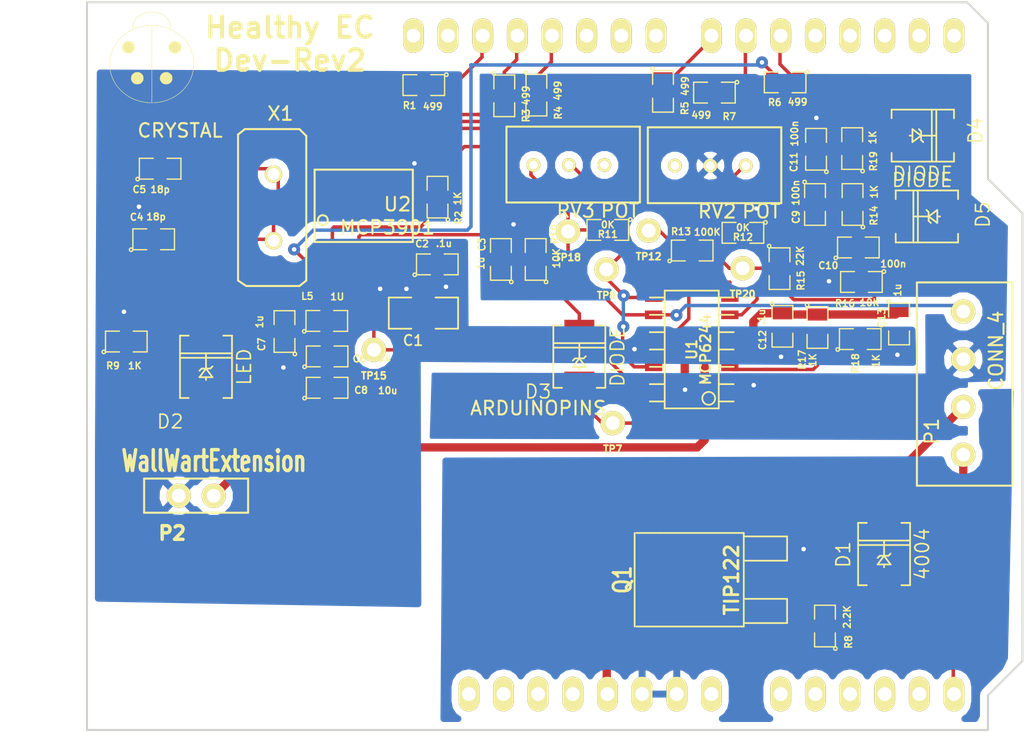
<source format=kicad_pcb>
(kicad_pcb (version 3) (host pcbnew "(2013-07-07 BZR 4022)-stable")
  (layers (15 F.Cu signal) (0 B.Cu signal) (18 B.Paste user) (19 F.Paste user) (20 B.SilkS user) (21 F.SilkS user) (22 B.Mask user) (23 F.Mask user) (28 Edge.Cuts user))
  (net 0 "")
  (net 1 /Arduino/ECPump)
  (net 2 /Arduino/MISO)
  (net 3 /Arduino/MOSI)
  (net 4 /Arduino/SCLK)
  (net 5 /Arduino/V+_ARD)
  (net 6 /Arduino/~CS)
  (net 7 /Arduino/~DR)
  (net 8 /Arduino/~RESET)
  (net 9 /DigitalAccess/DVdd)
  (net 10 /DigitalAccess/EC_Meas)
  (net 11 /DigitalAccess/MISO_ISO)
  (net 12 /DigitalAccess/MOSI_ISO)
  (net 13 /DigitalAccess/OSC1)
  (net 14 /DigitalAccess/OSC2)
  (net 15 /DigitalAccess/REFIN)
  (net 16 /DigitalAccess/SCLK_ISO)
  (net 17 /DigitalAccess/V+_WallWart)
  (net 18 /DigitalAccess/VGND)
  (net 19 /DigitalAccess/~CS_ISO)
  (net 20 /DigitalAccess/~DR)
  (net 21 /DigitalAccess/~RESET)
  (net 22 /EC/EC_Probe+)
  (net 23 /EC/G1)
  (net 24 /EC/f1)
  (net 25 /EC/f2)
  (net 26 "/EC/pin 14")
  (net 27 "/EC/pin 3")
  (net 28 "/EC/pin 6")
  (net 29 "/EC/pin 7")
  (net 30 "/Healthy pH Shield/LED")
  (net 31 /Pumps/SW_ECPump)
  (net 32 AC_Shrunk)
  (net 33 AGND)
  (net 34 EC_Signal)
  (net 35 GND)
  (net 36 N-0000039)
  (module SM1206 (layer F.Cu) (at 209.4484 122.8598)
    (fp_text reference C1 (at -0.762 2.0066) (layer F.SilkS) (effects (font (size 0.762 0.762) (thickness 0.127))))
    (fp_text value 10u hide)
    (pad 1 smd rect (at -1.651 0) (size 1.524 2.032) (layers F.Cu F.Paste F.Mask) (net 15 /DigitalAccess/REFIN))
    (pad 2 smd rect (at 1.651 0) (size 1.524 2.032) (layers F.Cu F.Paste F.Mask) (net 33 AGND))
  )
  (module SM0805 (layer F.Cu) (at 240.875 110.8 90)
    (fp_text reference R19 (at -0.92952 1.5553 90) (layer F.SilkS) (effects (font (size 0.50038 0.50038) (thickness 0.10922))))
    (fp_text value 1K (at 0.81292 1.50196 90) (layer F.SilkS) (effects (font (size 0.50038 0.50038) (thickness 0.10922))))
    (pad 1 smd rect (at -0.9525 0 90) (size 0.889 1.397) (layers F.Cu F.Paste F.Mask) (net 25 /EC/f2))
    (pad 2 smd rect (at 0.9525 0 90) (size 0.889 1.397) (layers F.Cu F.Paste F.Mask) (net 18 /DigitalAccess/VGND))
  )
  (module SM0805 (layer F.Cu) (at 202.38836 128.3335)
    (fp_text reference C8 (at 2.4892 0.1778) (layer F.SilkS) (effects (font (size 0.50038 0.50038) (thickness 0.10922))))
    (fp_text value 10u (at 4.445 0.2032) (layer F.SilkS) (effects (font (size 0.50038 0.50038) (thickness 0.10922))))
    (pad 1 smd rect (at -0.9525 0) (size 0.889 1.397) (layers F.Cu F.Paste F.Mask) (net 33 AGND))
    (pad 2 smd rect (at 0.9525 0) (size 0.889 1.397) (layers F.Cu F.Paste F.Mask) (net 17 /DigitalAccess/V+_WallWart))
  )
  (module SM0805 (layer F.Cu) (at 199.26336 124.2085 90)
    (fp_text reference C7 (at -0.9398 -1.6764 90) (layer F.SilkS) (effects (font (size 0.50038 0.50038) (thickness 0.10922))))
    (fp_text value 1u (at 0.7112 -1.8288 90) (layer F.SilkS) (effects (font (size 0.50038 0.50038) (thickness 0.10922))))
    (pad 1 smd rect (at -0.9525 0 90) (size 0.889 1.397) (layers F.Cu F.Paste F.Mask) (net 33 AGND))
    (pad 2 smd rect (at 0.9525 0 90) (size 0.889 1.397) (layers F.Cu F.Paste F.Mask) (net 9 /DigitalAccess/DVdd))
  )
  (module SM0805 (layer F.Cu) (at 202.36336 123.4335)
    (fp_text reference L5 (at -1.4265 -1.81322) (layer F.SilkS) (effects (font (size 0.50038 0.50038) (thickness 0.10922))))
    (fp_text value 1U (at 0.76552 -1.77258) (layer F.SilkS) (effects (font (size 0.50038 0.50038) (thickness 0.10922))))
    (pad 1 smd rect (at -0.9525 0) (size 0.889 1.397) (layers F.Cu F.Paste F.Mask) (net 9 /DigitalAccess/DVdd))
    (pad 2 smd rect (at 0.9525 0) (size 0.889 1.397) (layers F.Cu F.Paste F.Mask) (net 17 /DigitalAccess/V+_WallWart))
  )
  (module SM0805 (layer F.Cu) (at 190.15 112.275)
    (fp_text reference C5 (at -1.524 1.524) (layer F.SilkS) (effects (font (size 0.50038 0.50038) (thickness 0.10922))))
    (fp_text value 18p (at 0 1.524) (layer F.SilkS) (effects (font (size 0.50038 0.50038) (thickness 0.10922))))
    (pad 1 smd rect (at -0.9525 0) (size 0.889 1.397) (layers F.Cu F.Paste F.Mask) (net 33 AGND))
    (pad 2 smd rect (at 0.9525 0) (size 0.889 1.397) (layers F.Cu F.Paste F.Mask) (net 14 /DigitalAccess/OSC2))
  )
  (module SM0805 (layer F.Cu) (at 189.675 117.45)
    (fp_text reference C4 (at -1.2446 -1.6256) (layer F.SilkS) (effects (font (size 0.50038 0.50038) (thickness 0.10922))))
    (fp_text value 18p (at 0.1778 -1.651) (layer F.SilkS) (effects (font (size 0.50038 0.50038) (thickness 0.10922))))
    (pad 1 smd rect (at -0.9525 0) (size 0.889 1.397) (layers F.Cu F.Paste F.Mask) (net 33 AGND))
    (pad 2 smd rect (at 0.9525 0) (size 0.889 1.397) (layers F.Cu F.Paste F.Mask) (net 13 /DigitalAccess/OSC1))
  )
  (module SM0805 (layer F.Cu) (at 202.38836 126.0335)
    (fp_text reference C6 (at 2.3622 0.1778) (layer F.SilkS) (effects (font (size 0.50038 0.50038) (thickness 0.10922))))
    (fp_text value .1u (at 4.1148 0.0762) (layer F.SilkS) (effects (font (size 0.50038 0.50038) (thickness 0.10922))))
    (pad 1 smd rect (at -0.9525 0) (size 0.889 1.397) (layers F.Cu F.Paste F.Mask) (net 33 AGND))
    (pad 2 smd rect (at 0.9525 0) (size 0.889 1.397) (layers F.Cu F.Paste F.Mask) (net 17 /DigitalAccess/V+_WallWart))
  )
  (module SM0805 (layer F.Cu) (at 210.47964 114.36096 90)
    (fp_text reference R2 (at -1.4986 1.5494 90) (layer F.SilkS) (effects (font (size 0.50038 0.50038) (thickness 0.10922))))
    (fp_text value 1K (at -0.1016 1.4732 90) (layer F.SilkS) (effects (font (size 0.50038 0.50038) (thickness 0.10922))))
    (pad 1 smd rect (at -0.9525 0 90) (size 0.889 1.397) (layers F.Cu F.Paste F.Mask) (net 9 /DigitalAccess/DVdd))
    (pad 2 smd rect (at 0.9525 0 90) (size 0.889 1.397) (layers F.Cu F.Paste F.Mask) (net 20 /DigitalAccess/~DR))
  )
  (module SM0805 (layer F.Cu) (at 210.4644 119.28856)
    (fp_text reference C2 (at -1.1176 -1.50876) (layer F.SilkS) (effects (font (size 0.50038 0.50038) (thickness 0.10922))))
    (fp_text value .1u (at 0.4826 -1.53416) (layer F.SilkS) (effects (font (size 0.50038 0.50038) (thickness 0.10922))))
    (pad 1 smd rect (at -0.9525 0) (size 0.889 1.397) (layers F.Cu F.Paste F.Mask) (net 15 /DigitalAccess/REFIN))
    (pad 2 smd rect (at 0.9525 0) (size 0.889 1.397) (layers F.Cu F.Paste F.Mask) (net 33 AGND))
  )
  (module SM0805 (layer F.Cu) (at 238.3282 123.9139 270)
    (fp_text reference R17 (at 2.35966 1.12522 270) (layer F.SilkS) (effects (font (size 0.50038 0.50038) (thickness 0.10922))))
    (fp_text value 1K (at 2.44856 -4.29768 270) (layer F.SilkS) (effects (font (size 0.50038 0.50038) (thickness 0.10922))))
    (pad 1 smd rect (at -0.9525 0 270) (size 0.889 1.397) (layers F.Cu F.Paste F.Mask) (net 17 /DigitalAccess/V+_WallWart))
    (pad 2 smd rect (at 0.9525 0 270) (size 0.889 1.397) (layers F.Cu F.Paste F.Mask) (net 27 "/EC/pin 3"))
  )
  (module SM0805 (layer F.Cu) (at 241.4651 124.7648)
    (fp_text reference R18 (at -0.35052 1.77546 90) (layer F.SilkS) (effects (font (size 0.50038 0.50038) (thickness 0.10922))))
    (fp_text value 1K (at -3.4798 1.54432 90) (layer F.SilkS) (effects (font (size 0.50038 0.50038) (thickness 0.10922))))
    (pad 1 smd rect (at -0.9525 0) (size 0.889 1.397) (layers F.Cu F.Paste F.Mask) (net 27 "/EC/pin 3"))
    (pad 2 smd rect (at 0.9525 0) (size 0.889 1.397) (layers F.Cu F.Paste F.Mask) (net 33 AGND))
  )
  (module SM0805 (layer F.Cu) (at 215.125 118.925 90)
    (fp_text reference C3 (at 1.0922 -1.397 90) (layer F.SilkS) (effects (font (size 0.50038 0.50038) (thickness 0.10922))))
    (fp_text value 1u (at -0.2794 -1.4732 90) (layer F.SilkS) (effects (font (size 0.50038 0.50038) (thickness 0.10922))))
    (pad 1 smd rect (at -0.9525 0 90) (size 0.889 1.397) (layers F.Cu F.Paste F.Mask) (net 10 /DigitalAccess/EC_Meas))
    (pad 2 smd rect (at 0.9525 0 90) (size 0.889 1.397) (layers F.Cu F.Paste F.Mask) (net 18 /DigitalAccess/VGND))
  )
  (module SM0805 (layer F.Cu) (at 241.55 120.575 180)
    (fp_text reference R16 (at 1.19996 -1.5736 180) (layer F.SilkS) (effects (font (size 0.50038 0.50038) (thickness 0.10922))))
    (fp_text value 10K (at -0.59582 -1.52026 180) (layer F.SilkS) (effects (font (size 0.50038 0.50038) (thickness 0.10922))))
    (pad 1 smd rect (at -0.9525 0 180) (size 0.889 1.397) (layers F.Cu F.Paste F.Mask) (net 28 "/EC/pin 6"))
    (pad 2 smd rect (at 0.9525 0 180) (size 0.889 1.397) (layers F.Cu F.Paste F.Mask) (net 18 /DigitalAccess/VGND))
  )
  (module SM0805 (layer F.Cu) (at 238.225 110.85 90)
    (fp_text reference C11 (at -0.9398 -1.6256 90) (layer F.SilkS) (effects (font (size 0.50038 0.50038) (thickness 0.10922))))
    (fp_text value 100n (at 1.1474 -1.5732 90) (layer F.SilkS) (effects (font (size 0.50038 0.50038) (thickness 0.10922))))
    (pad 1 smd rect (at -0.9525 0 90) (size 0.889 1.397) (layers F.Cu F.Paste F.Mask) (net 25 /EC/f2))
    (pad 2 smd rect (at 0.9525 0 90) (size 0.889 1.397) (layers F.Cu F.Paste F.Mask) (net 18 /DigitalAccess/VGND))
  )
  (module SM0805 (layer F.Cu) (at 241.325 118.05)
    (fp_text reference C10 (at -2.20178 1.32492) (layer F.SilkS) (effects (font (size 0.50038 0.50038) (thickness 0.10922))))
    (fp_text value 100n (at 2.56326 1.20046) (layer F.SilkS) (effects (font (size 0.50038 0.50038) (thickness 0.10922))))
    (pad 1 smd rect (at -0.9525 0) (size 0.889 1.397) (layers F.Cu F.Paste F.Mask) (net 29 "/EC/pin 7"))
    (pad 2 smd rect (at 0.9525 0) (size 0.889 1.397) (layers F.Cu F.Paste F.Mask) (net 23 /EC/G1))
  )
  (module SM0805 (layer F.Cu) (at 235.55 119.6 270)
    (fp_text reference R15 (at 0.87728 -1.56408 270) (layer F.SilkS) (effects (font (size 0.50038 0.50038) (thickness 0.10922))))
    (fp_text value 22K (at -0.93628 -1.51074 270) (layer F.SilkS) (effects (font (size 0.50038 0.50038) (thickness 0.10922))))
    (pad 1 smd rect (at -0.9525 0 270) (size 0.889 1.397) (layers F.Cu F.Paste F.Mask) (net 29 "/EC/pin 7"))
    (pad 2 smd rect (at 0.9525 0 270) (size 0.889 1.397) (layers F.Cu F.Paste F.Mask) (net 28 "/EC/pin 6"))
  )
  (module SM0805 (layer F.Cu) (at 238.15 114.9 270)
    (fp_text reference C9 (at 0.91892 1.39152 270) (layer F.SilkS) (effects (font (size 0.50038 0.50038) (thickness 0.10922))))
    (fp_text value 100n (at -0.85908 1.4093 270) (layer F.SilkS) (effects (font (size 0.50038 0.50038) (thickness 0.10922))))
    (pad 1 smd rect (at -0.9525 0 270) (size 0.889 1.397) (layers F.Cu F.Paste F.Mask) (net 29 "/EC/pin 7"))
    (pad 2 smd rect (at 0.9525 0 270) (size 0.889 1.397) (layers F.Cu F.Paste F.Mask) (net 24 /EC/f1))
  )
  (module SM0805 (layer F.Cu) (at 240.9 114.9 90)
    (fp_text reference R14 (at -0.81224 1.56586 90) (layer F.SilkS) (effects (font (size 0.50038 0.50038) (thickness 0.10922))))
    (fp_text value 1K (at 0.9302 1.58364 90) (layer F.SilkS) (effects (font (size 0.50038 0.50038) (thickness 0.10922))))
    (pad 1 smd rect (at -0.9525 0 90) (size 0.889 1.397) (layers F.Cu F.Paste F.Mask) (net 24 /EC/f1))
    (pad 2 smd rect (at 0.9525 0 90) (size 0.889 1.397) (layers F.Cu F.Paste F.Mask) (net 25 /EC/f2))
  )
  (module SM0805 (layer F.Cu) (at 229.14864 118.27256)
    (fp_text reference R13 (at -0.81788 -1.38684) (layer F.SilkS) (effects (font (size 0.50038 0.50038) (thickness 0.10922))))
    (fp_text value 100K (at 1.10236 -1.35128) (layer F.SilkS) (effects (font (size 0.50038 0.50038) (thickness 0.10922))))
    (pad 1 smd rect (at -0.9525 0) (size 0.889 1.397) (layers F.Cu F.Paste F.Mask) (net 32 AC_Shrunk))
    (pad 2 smd rect (at 0.9525 0) (size 0.889 1.397) (layers F.Cu F.Paste F.Mask) (net 29 "/EC/pin 7"))
  )
  (module SM0805 (layer F.Cu) (at 217.675 118.925 90)
    (fp_text reference R10 (at 1.8542 1.397 90) (layer F.SilkS) (effects (font (size 0.50038 0.50038) (thickness 0.10922))))
    (fp_text value 10K (at 0.0762 1.524 90) (layer F.SilkS) (effects (font (size 0.50038 0.50038) (thickness 0.10922))))
    (pad 1 smd rect (at -0.9525 0 90) (size 0.889 1.397) (layers F.Cu F.Paste F.Mask) (net 10 /DigitalAccess/EC_Meas))
    (pad 2 smd rect (at 0.9525 0 90) (size 0.889 1.397) (layers F.Cu F.Paste F.Mask) (net 18 /DigitalAccess/VGND))
  )
  (module SM0805 (layer F.Cu) (at 209.4738 106.1466 180)
    (fp_text reference R1 (at 1.0414 -1.4986 180) (layer F.SilkS) (effects (font (size 0.50038 0.50038) (thickness 0.10922))))
    (fp_text value 499 (at -0.6604 -1.5748 180) (layer F.SilkS) (effects (font (size 0.50038 0.50038) (thickness 0.10922))))
    (pad 1 smd rect (at -0.9525 0 180) (size 0.889 1.397) (layers F.Cu F.Paste F.Mask) (net 4 /Arduino/SCLK))
    (pad 2 smd rect (at 0.9525 0 180) (size 0.889 1.397) (layers F.Cu F.Paste F.Mask) (net 16 /DigitalAccess/SCLK_ISO))
  )
  (module SM0805 (layer F.Cu) (at 187.6679 124.9426)
    (fp_text reference R9 (at -0.9779 1.778) (layer F.SilkS) (effects (font (size 0.50038 0.50038) (thickness 0.10922))))
    (fp_text value 1K (at 0.6223 1.778) (layer F.SilkS) (effects (font (size 0.50038 0.50038) (thickness 0.10922))))
    (pad 1 smd rect (at -0.9525 0) (size 0.889 1.397) (layers F.Cu F.Paste F.Mask) (net 33 AGND))
    (pad 2 smd rect (at 0.9525 0) (size 0.889 1.397) (layers F.Cu F.Paste F.Mask) (net 30 "/Healthy pH Shield/LED"))
  )
  (module SM0805 (layer F.Cu) (at 215.37422 106.934 270)
    (fp_text reference R3 (at 1.4478 -1.6002 270) (layer F.SilkS) (effects (font (size 0.50038 0.50038) (thickness 0.10922))))
    (fp_text value 499 (at -0.0254 -1.6002 270) (layer F.SilkS) (effects (font (size 0.50038 0.50038) (thickness 0.10922))))
    (pad 1 smd rect (at -0.9525 0 270) (size 0.889 1.397) (layers F.Cu F.Paste F.Mask) (net 2 /Arduino/MISO))
    (pad 2 smd rect (at 0.9525 0 270) (size 0.889 1.397) (layers F.Cu F.Paste F.Mask) (net 11 /DigitalAccess/MISO_ISO))
  )
  (module SM0805 (layer F.Cu) (at 217.7288 106.8832 270)
    (fp_text reference R4 (at 1.2954 -1.6002 270) (layer F.SilkS) (effects (font (size 0.50038 0.50038) (thickness 0.10922))))
    (fp_text value 499 (at -0.3302 -1.5748 270) (layer F.SilkS) (effects (font (size 0.50038 0.50038) (thickness 0.10922))))
    (pad 1 smd rect (at -0.9525 0 270) (size 0.889 1.397) (layers F.Cu F.Paste F.Mask) (net 3 /Arduino/MOSI))
    (pad 2 smd rect (at 0.9525 0 270) (size 0.889 1.397) (layers F.Cu F.Paste F.Mask) (net 12 /DigitalAccess/MOSI_ISO))
  )
  (module SM0805 (layer F.Cu) (at 227.00742 106.6038 270)
    (fp_text reference R5 (at 1.2446 -1.6002 270) (layer F.SilkS) (effects (font (size 0.50038 0.50038) (thickness 0.10922))))
    (fp_text value 499 (at -0.381 -1.6256 270) (layer F.SilkS) (effects (font (size 0.50038 0.50038) (thickness 0.10922))))
    (pad 1 smd rect (at -0.9525 0 270) (size 0.889 1.397) (layers F.Cu F.Paste F.Mask) (net 6 /Arduino/~CS))
    (pad 2 smd rect (at 0.9525 0 270) (size 0.889 1.397) (layers F.Cu F.Paste F.Mask) (net 19 /DigitalAccess/~CS_ISO))
  )
  (module SM0805 (layer F.Cu) (at 238.87938 145.796 90)
    (fp_text reference R8 (at -1.1684 1.7272 90) (layer F.SilkS) (effects (font (size 0.50038 0.50038) (thickness 0.10922))))
    (fp_text value 2.2K (at 0.6604 1.6256 90) (layer F.SilkS) (effects (font (size 0.50038 0.50038) (thickness 0.10922))))
    (pad 1 smd rect (at -0.9525 0 90) (size 0.889 1.397) (layers F.Cu F.Paste F.Mask) (net 1 /Arduino/ECPump))
    (pad 2 smd rect (at 0.9525 0 90) (size 0.889 1.397) (layers F.Cu F.Paste F.Mask) (net 36 N-0000039))
  )
  (module SM0805 (layer F.Cu) (at 230.77678 106.69778 180)
    (fp_text reference R7 (at -1.0922 -1.7526 180) (layer F.SilkS) (effects (font (size 0.50038 0.50038) (thickness 0.10922))))
    (fp_text value 499 (at 0.9652 -1.651 180) (layer F.SilkS) (effects (font (size 0.50038 0.50038) (thickness 0.10922))))
    (pad 1 smd rect (at -0.9525 0 180) (size 0.889 1.397) (layers F.Cu F.Paste F.Mask) (net 7 /Arduino/~DR))
    (pad 2 smd rect (at 0.9525 0 180) (size 0.889 1.397) (layers F.Cu F.Paste F.Mask) (net 20 /DigitalAccess/~DR))
  )
  (module SM0805 (layer F.Cu) (at 235.95838 105.9434 180)
    (fp_text reference R6 (at 0.762 -1.4732 180) (layer F.SilkS) (effects (font (size 0.50038 0.50038) (thickness 0.10922))))
    (fp_text value 499 (at -0.9144 -1.4478 180) (layer F.SilkS) (effects (font (size 0.50038 0.50038) (thickness 0.10922))))
    (pad 1 smd rect (at -0.9525 0 180) (size 0.889 1.397) (layers F.Cu F.Paste F.Mask) (net 8 /Arduino/~RESET))
    (pad 2 smd rect (at 0.9525 0 180) (size 0.889 1.397) (layers F.Cu F.Paste F.Mask) (net 21 /DigitalAccess/~RESET))
  )
  (module LB_TestPoint (layer F.Cu) (at 205.8162 125.5522)
    (fp_text reference TP15 (at 0 1.9) (layer F.SilkS) (effects (font (size 0.508 0.508) (thickness 0.127))))
    (fp_text value CONN_1 (at 0 -0.1) (layer F.SilkS) (effects (font (size 0.254 0.254) (thickness 0.0635))))
    (pad 1 thru_hole circle (at 0 0) (size 1.778 1.778) (drill 1.016) (layers *.Cu *.Mask F.SilkS) (net 10 /DigitalAccess/EC_Meas))
  )
  (module LB_MCP3901 (layer F.Cu) (at 201.422 112.395)
    (fp_text reference U2 (at 6.1214 2.4892) (layer F.SilkS))
    (fp_text value MCP3901 (at 5.3848 4.191) (layer F.SilkS))
    (pad 1 smd rect (at 0.7 6.5) (size 0.3 2.5) (layers F.Cu F.Paste F.Mask) (net 21 /DigitalAccess/~RESET))
    (pad 2 smd rect (at 1.35 6.5) (size 0.3 2.5) (layers F.Cu F.Paste F.Mask) (net 9 /DigitalAccess/DVdd))
    (pad 3 smd rect (at 2 6.5) (size 0.3 2.5) (layers F.Cu F.Paste F.Mask) (net 17 /DigitalAccess/V+_WallWart))
    (pad 4 smd rect (at 2.65 6.5) (size 0.3 2.5) (layers F.Cu F.Paste F.Mask) (net 10 /DigitalAccess/EC_Meas))
    (pad 5 smd rect (at 3.3 6.5) (size 0.3 2.5) (layers F.Cu F.Paste F.Mask) (net 18 /DigitalAccess/VGND))
    (pad 6 smd rect (at 3.95 6.5) (size 0.3 2.5) (layers F.Cu F.Paste F.Mask))
    (pad 7 smd rect (at 4.6 6.5) (size 0.3 2.5) (layers F.Cu F.Paste F.Mask))
    (pad 8 smd rect (at 5.25 6.5) (size 0.3 2.5) (layers F.Cu F.Paste F.Mask) (net 33 AGND))
    (pad 9 smd rect (at 5.9 6.5) (size 0.3 2.5) (layers F.Cu F.Paste F.Mask) (net 15 /DigitalAccess/REFIN))
    (pad 10 smd rect (at 6.55 6.5) (size 0.3 2.5) (layers F.Cu F.Paste F.Mask) (net 33 AGND))
    (pad 11 smd rect (at 6.5 -1.25) (size 0.3 2.5) (layers F.Cu F.Paste F.Mask) (net 33 AGND))
    (pad 12 smd rect (at 5.85 -1.25) (size 0.3 2.5) (layers F.Cu F.Paste F.Mask))
    (pad 13 smd rect (at 5.2 -1.25) (size 0.3 2.5) (layers F.Cu F.Paste F.Mask))
    (pad 14 smd rect (at 4.55 -1.25) (size 0.3 2.5) (layers F.Cu F.Paste F.Mask) (net 20 /DigitalAccess/~DR))
    (pad 15 smd rect (at 3.9 -1.25) (size 0.3 2.5) (layers F.Cu F.Paste F.Mask) (net 13 /DigitalAccess/OSC1))
    (pad 16 smd rect (at 3.25 -1.25) (size 0.3 2.5) (layers F.Cu F.Paste F.Mask) (net 14 /DigitalAccess/OSC2))
    (pad 17 smd rect (at 2.6 -1.25) (size 0.3 2.5) (layers F.Cu F.Paste F.Mask) (net 19 /DigitalAccess/~CS_ISO))
    (pad 18 smd rect (at 1.95 -1.25) (size 0.3 2.5) (layers F.Cu F.Paste F.Mask) (net 16 /DigitalAccess/SCLK_ISO))
    (pad 19 smd rect (at 1.3 -1.25) (size 0.3 2.5) (layers F.Cu F.Paste F.Mask) (net 11 /DigitalAccess/MISO_ISO))
    (pad 20 smd rect (at 0.65 -1.25) (size 0.3 2.5) (layers F.Cu F.Paste F.Mask) (net 12 /DigitalAccess/MOSI_ISO))
  )
  (module LB_Crystal (layer F.Cu) (at 195.8594 109.3724 270)
    (fp_text reference X1 (at -1.13396 -3.1086 360) (layer F.SilkS))
    (fp_text value CRYSTAL (at 0.10556 4.25232 360) (layer F.SilkS))
    (pad 1 thru_hole circle (at 3.3 -2.6 270) (size 1.27 1.27) (drill 0.9) (layers *.Cu *.Mask F.SilkS) (net 14 /DigitalAccess/OSC2))
    (pad 2 thru_hole circle (at 8.18 -2.6 270) (size 1.27 1.27) (drill 0.9) (layers *.Cu *.Mask F.SilkS) (net 13 /DigitalAccess/OSC1))
  )
  (module LB_4PosTB (layer F.Cu) (at 245.618 135.509 90)
    (fp_text reference P1 (at 3.9878 1.0922 90) (layer F.SilkS))
    (fp_text value CONN_4 (at 9.9 5.8 90) (layer F.SilkS))
    (pad 1 thru_hole circle (at 2.27 3.4 90) (size 1.778 1.778) (drill 1) (layers *.Cu *.Mask F.SilkS) (net 31 /Pumps/SW_ECPump))
    (pad 2 thru_hole circle (at 5.77 3.4 90) (size 1.778 1.778) (drill 1) (layers *.Cu *.Mask F.SilkS) (net 5 /Arduino/V+_ARD))
    (pad 3 thru_hole circle (at 9.27 3.4 90) (size 1.778 1.778) (drill 1) (layers *.Cu *.Mask F.SilkS) (net 18 /DigitalAccess/VGND))
    (pad 4 thru_hole circle (at 12.77 3.4 90) (size 1.778 1.778) (drill 0.9906) (layers *.Cu *.Mask F.SilkS) (net 22 /EC/EC_Probe+))
  )
  (module LB_2TB (layer F.Cu) (at 188.976 137.4902)
    (fp_text reference P2 (at 2.06 1.5) (layer F.SilkS) (effects (font (thickness 0.25))))
    (fp_text value WallWartExtension (at 5.12 -3.79) (layer F.SilkS) (effects (font (size 1.524 1) (thickness 0.25))))
    (pad 1 thru_hole circle (at 2.54 -1.25) (size 1.778 1.778) (drill 1.016) (layers *.Cu *.Mask F.SilkS) (net 33 AGND))
    (pad 2 thru_hole circle (at 5.1 -1.24) (size 1.778 1.778) (drill 1.016) (layers *.Cu *.Mask F.SilkS) (net 17 /DigitalAccess/V+_WallWart))
  )
  (module "DO-214AC(SMA)" (layer F.Cu) (at 220.875 126.05 90)
    (fp_text reference D3 (at -2.5654 -3.0226 180) (layer F.SilkS) (effects (font (size 1.00076 1.00076) (thickness 0.11938))))
    (fp_text value DIODE (at 0 2.79908 90) (layer F.SilkS) (effects (font (size 1.00076 1.00076) (thickness 0.11938))))
    (pad 1 smd rect (at -1.89992 0 90) (size 1.6002 2.19964) (layers F.Cu F.Paste F.Mask) (net 26 "/EC/pin 14"))
    (pad 2 smd rect (at 1.89992 0 90) (size 1.6002 2.19964) (layers F.Cu F.Paste F.Mask) (net 10 /DigitalAccess/EC_Meas))
  )
  (module "DO-214AC(SMA)" (layer F.Cu) (at 246.35 115.775 180)
    (fp_text reference D5 (at -4.10034 0.1369 270) (layer F.SilkS) (effects (font (size 1.00076 1.00076) (thickness 0.11938))))
    (fp_text value DIODE (at 0.3556 2.667 180) (layer F.SilkS) (effects (font (size 1.00076 1.00076) (thickness 0.11938))))
    (pad 1 smd rect (at -1.89992 0 180) (size 1.6002 2.19964) (layers F.Cu F.Paste F.Mask) (net 28 "/EC/pin 6"))
    (pad 2 smd rect (at 1.89992 0 180) (size 1.6002 2.19964) (layers F.Cu F.Paste F.Mask) (net 23 /EC/G1))
  )
  (module "DO-214AC(SMA)" (layer F.Cu) (at 246.05 109.85)
    (fp_text reference D4 (at 3.85648 -0.36066 90) (layer F.SilkS) (effects (font (size 1.00076 1.00076) (thickness 0.11938))))
    (fp_text value DIODE (at 0 2.79908) (layer F.SilkS) (effects (font (size 1.00076 1.00076) (thickness 0.11938))))
    (pad 1 smd rect (at -1.89992 0) (size 1.6002 2.19964) (layers F.Cu F.Paste F.Mask) (net 23 /EC/G1))
    (pad 2 smd rect (at 1.89992 0) (size 1.6002 2.19964) (layers F.Cu F.Paste F.Mask) (net 28 "/EC/pin 6"))
  )
  (module "DO-214AC(SMA)" (layer F.Cu) (at 193.5099 126.7968 90)
    (fp_text reference D2 (at -4.0132 -2.6289 180) (layer F.SilkS) (effects (font (size 1.00076 1.00076) (thickness 0.11938))))
    (fp_text value LED (at 0 2.79908 90) (layer F.SilkS) (effects (font (size 1.00076 1.00076) (thickness 0.11938))))
    (pad 1 smd rect (at -1.89992 0 90) (size 1.6002 2.19964) (layers F.Cu F.Paste F.Mask) (net 17 /DigitalAccess/V+_WallWart))
    (pad 2 smd rect (at 1.89992 0 90) (size 1.6002 2.19964) (layers F.Cu F.Paste F.Mask) (net 30 "/Healthy pH Shield/LED"))
  )
  (module "DO-214AC(SMA)" (layer F.Cu) (at 243.21262 140.52042 90)
    (fp_text reference D1 (at -0.04064 -2.98958 90) (layer F.SilkS) (effects (font (size 1.00076 1.00076) (thickness 0.11938))))
    (fp_text value 4004 (at 0 2.79908 90) (layer F.SilkS) (effects (font (size 1.00076 1.00076) (thickness 0.11938))))
    (pad 1 smd rect (at -1.89992 0 90) (size 1.6002 2.19964) (layers F.Cu F.Paste F.Mask) (net 31 /Pumps/SW_ECPump))
    (pad 2 smd rect (at 1.89992 0 90) (size 1.6002 2.19964) (layers F.Cu F.Paste F.Mask) (net 5 /Arduino/V+_ARD))
  )
  (module so-14 (layer F.Cu) (at 229.11308 125.5268 90)
    (fp_text reference U1 (at 0 0 90) (layer F.SilkS) (effects (font (size 0.7493 0.7493) (thickness 0.14986))))
    (fp_text value MCP6244 (at 0 1.016 90) (layer F.SilkS) (effects (font (size 0.7493 0.7493) (thickness 0.14986))))
    (pad 1 smd rect (at -3.81 2.794 90) (size 0.635 1.27) (layers F.Cu F.Paste F.Mask) (net 18 /DigitalAccess/VGND))
    (pad 2 smd rect (at -2.54 2.794 90) (size 0.635 1.27) (layers F.Cu F.Paste F.Mask) (net 18 /DigitalAccess/VGND))
    (pad 3 smd rect (at -1.27 2.794 90) (size 0.635 1.27) (layers F.Cu F.Paste F.Mask) (net 27 "/EC/pin 3"))
    (pad 4 smd rect (at 0 2.794 90) (size 0.635 1.27) (layers F.Cu F.Paste F.Mask) (net 17 /DigitalAccess/V+_WallWart))
    (pad 5 smd rect (at 1.27 2.794 90) (size 0.635 1.27) (layers F.Cu F.Paste F.Mask) (net 18 /DigitalAccess/VGND))
    (pad 6 smd rect (at 2.54 2.794 90) (size 0.635 1.27) (layers F.Cu F.Paste F.Mask) (net 28 "/EC/pin 6"))
    (pad 7 smd rect (at 3.81 2.794 90) (size 0.635 1.27) (layers F.Cu F.Paste F.Mask) (net 29 "/EC/pin 7"))
    (pad 8 smd rect (at 3.81 -2.794 90) (size 0.635 1.27) (layers F.Cu F.Paste F.Mask) (net 34 EC_Signal))
    (pad 9 smd rect (at 2.54 -2.794 90) (size 0.635 1.27) (layers F.Cu F.Paste F.Mask) (net 22 /EC/EC_Probe+))
    (pad 10 smd rect (at 1.27 -2.794 90) (size 0.635 1.27) (layers F.Cu F.Paste F.Mask) (net 32 AC_Shrunk))
    (pad 11 smd rect (at 0 -2.794 90) (size 0.635 1.27) (layers F.Cu F.Paste F.Mask) (net 33 AGND))
    (pad 12 smd rect (at -1.27 -2.794 90) (size 0.635 1.27) (layers F.Cu F.Paste F.Mask) (net 34 EC_Signal))
    (pad 13 smd rect (at -2.54 -2.794 90) (size 0.635 1.27) (layers F.Cu F.Paste F.Mask) (net 10 /DigitalAccess/EC_Meas))
    (pad 14 smd rect (at -3.81 -2.794 90) (size 0.635 1.27) (layers F.Cu F.Paste F.Mask) (net 26 "/EC/pin 14"))
  )
  (module DPAK2 (layer F.Cu) (at 234.45216 142.4051 90)
    (fp_text reference Q1 (at 0 -10.414 90) (layer F.SilkS) (effects (font (size 1.27 1.016) (thickness 0.2032))))
    (fp_text value TIP122 (at 0 -2.413 90) (layer F.SilkS) (effects (font (size 1.016 1.016) (thickness 0.2032))))
    (pad 1 smd rect (at -2.286 0 90) (size 1.651 3.048) (layers F.Cu F.Paste F.Mask) (net 36 N-0000039))
    (pad 2 smd rect (at 0 -6.35 90) (size 6.096 6.096) (layers F.Cu F.Paste F.Mask) (net 31 /Pumps/SW_ECPump))
    (pad 3 smd rect (at 2.286 0 90) (size 1.651 3.048) (layers F.Cu F.Paste F.Mask) (net 35 GND))
  )
  (module SM0805 (layer F.Cu) (at 235.7628 123.825 270)
    (fp_text reference C12 (at 1.00838 1.45796 270) (layer F.SilkS) (effects (font (size 0.50038 0.50038) (thickness 0.10922))))
    (fp_text value .1u (at -0.68072 1.52908 270) (layer F.SilkS) (effects (font (size 0.50038 0.50038) (thickness 0.10922))))
    (pad 1 smd rect (at -0.9525 0 270) (size 0.889 1.397) (layers F.Cu F.Paste F.Mask) (net 17 /DigitalAccess/V+_WallWart))
    (pad 2 smd rect (at 0.9525 0 270) (size 0.889 1.397) (layers F.Cu F.Paste F.Mask) (net 33 AGND))
  )
  (module SM0805 (layer F.Cu) (at 244.3099 123.6599 270)
    (fp_text reference C13 (at -0.4445 1.27508 270) (layer F.SilkS) (effects (font (size 0.50038 0.50038) (thickness 0.10922))))
    (fp_text value .1u (at -2.36474 0.1016 270) (layer F.SilkS) (effects (font (size 0.50038 0.50038) (thickness 0.10922))))
    (pad 1 smd rect (at -0.9525 0 270) (size 0.889 1.397) (layers F.Cu F.Paste F.Mask) (net 17 /DigitalAccess/V+_WallWart))
    (pad 2 smd rect (at 0.9525 0 270) (size 0.889 1.397) (layers F.Cu F.Paste F.Mask) (net 33 AGND))
  )
  (module LB_TestPoint (layer F.Cu) (at 232.8418 119.5705)
    (fp_text reference TP20 (at 0 1.9) (layer F.SilkS) (effects (font (size 0.508 0.508) (thickness 0.127))))
    (fp_text value CONN_1 (at 0 -0.1) (layer F.SilkS) (effects (font (size 0.254 0.254) (thickness 0.0635))))
    (pad 1 thru_hole circle (at 0 0) (size 1.778 1.778) (drill 1.016) (layers *.Cu *.Mask F.SilkS) (net 29 "/EC/pin 7"))
  )
  (module LB_TestPoint (layer F.Cu) (at 225.9584 116.8146)
    (fp_text reference TP12 (at 0 1.9) (layer F.SilkS) (effects (font (size 0.508 0.508) (thickness 0.127))))
    (fp_text value CONN_1 (at 0 -0.1) (layer F.SilkS) (effects (font (size 0.254 0.254) (thickness 0.0635))))
    (pad 1 thru_hole circle (at 0 0) (size 1.778 1.778) (drill 1.016) (layers *.Cu *.Mask F.SilkS) (net 32 AC_Shrunk))
  )
  (module LB_TestPoint (layer F.Cu) (at 222.86214 119.66194)
    (fp_text reference TP8 (at 0 1.9) (layer F.SilkS) (effects (font (size 0.508 0.508) (thickness 0.127))))
    (fp_text value CONN_1 (at 0 -0.1) (layer F.SilkS) (effects (font (size 0.254 0.254) (thickness 0.0635))))
    (pad 1 thru_hole circle (at 0 0) (size 1.778 1.778) (drill 1.016) (layers *.Cu *.Mask F.SilkS) (net 34 EC_Signal))
  )
  (module LB_TestPoint (layer F.Cu) (at 223.325 130.925)
    (fp_text reference TP7 (at 0 1.9) (layer F.SilkS) (effects (font (size 0.508 0.508) (thickness 0.127))))
    (fp_text value CONN_1 (at 0 -0.1) (layer F.SilkS) (effects (font (size 0.254 0.254) (thickness 0.0635))))
    (pad 1 thru_hole circle (at 0 0) (size 1.778 1.778) (drill 1.016) (layers *.Cu *.Mask F.SilkS) (net 26 "/EC/pin 14"))
  )
  (module LB_TestPoint (layer F.Cu) (at 220.05 116.875)
    (fp_text reference TP18 (at 0 1.9) (layer F.SilkS) (effects (font (size 0.508 0.508) (thickness 0.127))))
    (fp_text value CONN_1 (at 0 -0.1) (layer F.SilkS) (effects (font (size 0.254 0.254) (thickness 0.0635))))
    (pad 1 thru_hole circle (at 0 0) (size 1.778 1.778) (drill 1.016) (layers *.Cu *.Mask F.SilkS) (net 22 /EC/EC_Probe+))
  )
  (module Ladybug_small (layer F.Cu) (at 189.5221 104.1273)
    (fp_text reference "" (at 0 0) (layer F.SilkS) (effects (font (size 1.524 1.524))))
    (fp_text value "" (at 0 0) (layer F.SilkS) (effects (font (size 1.524 1.524))))
  )
  (module ArduinoLettuceBuddy (layer F.Cu) (at 184.8358 153.32456)
    (fp_text reference ARD1 hide)
    (fp_text value ARDUINOPINS (at 33.02 -23.495) (layer F.SilkS))
    (pad 19 thru_hole oval (at 41.656 -50.8) (size 1.524 2.54) (drill 1.016) (layers *.Cu *.Mask F.SilkS))
    (pad 20 thru_hole oval (at 39.116 -50.8) (size 1.524 2.54) (drill 1.016) (layers *.Cu *.Mask F.SilkS))
    (pad 21 thru_hole oval (at 36.576 -50.8) (size 1.524 2.54) (drill 1.016) (layers *.Cu *.Mask F.SilkS))
    (pad 22 thru_hole oval (at 34.036 -50.8) (size 1.524 2.54) (drill 1.016) (layers *.Cu *.Mask F.SilkS) (net 3 /Arduino/MOSI))
    (pad 23 thru_hole oval (at 31.496 -50.8) (size 1.524 2.54) (drill 1.016) (layers *.Cu *.Mask F.SilkS) (net 2 /Arduino/MISO))
    (pad 24 thru_hole oval (at 28.956 -50.8) (size 1.524 2.54) (drill 1.016) (layers *.Cu *.Mask F.SilkS) (net 4 /Arduino/SCLK))
    (pad 25 thru_hole oval (at 26.416 -50.8) (size 1.524 2.54) (drill 1.016) (layers *.Cu *.Mask F.SilkS))
    (pad 26 thru_hole oval (at 23.876 -50.8) (size 1.524 2.54) (drill 1.016) (layers *.Cu *.Mask F.SilkS))
    (pad 28 thru_hole oval (at 35.56 -2.54) (size 1.524 2.54) (drill 1.016) (layers *.Cu *.Mask F.SilkS))
    (pad 27 thru_hole oval (at 33.02 -2.54) (size 1.524 2.54) (drill 1.016) (layers *.Cu *.Mask F.SilkS))
    (pad 29 thru_hole oval (at 30.48 -2.54) (size 1.524 2.54) (drill 1.016) (layers *.Cu *.Mask F.SilkS))
    (pad 30 thru_hole oval (at 27.94 -2.54) (size 1.524 2.54) (drill 1.016) (layers *.Cu *.Mask F.SilkS))
    (pad 1 thru_hole oval (at 38.1 -2.54) (size 1.524 2.54) (drill 1.016) (layers *.Cu *.Mask F.SilkS) (net 5 /Arduino/V+_ARD))
    (pad 2 thru_hole oval (at 40.64 -2.54) (size 1.524 2.54) (drill 1.016) (layers *.Cu *.Mask F.SilkS) (net 35 GND))
    (pad 3 thru_hole oval (at 43.18 -2.54) (size 1.524 2.54) (drill 1.016) (layers *.Cu *.Mask F.SilkS) (net 35 GND))
    (pad 4 thru_hole oval (at 45.72 -2.54) (size 1.524 2.54) (drill 1.016) (layers *.Cu *.Mask F.SilkS))
    (pad 5 thru_hole oval (at 50.8 -2.54) (size 1.524 2.54) (drill 1.016) (layers *.Cu *.Mask F.SilkS))
    (pad 6 thru_hole oval (at 53.34 -2.54) (size 1.524 2.54) (drill 1.016) (layers *.Cu *.Mask F.SilkS))
    (pad 7 thru_hole oval (at 55.88 -2.54) (size 1.524 2.54) (drill 1.016) (layers *.Cu *.Mask F.SilkS))
    (pad 8 thru_hole oval (at 58.42 -2.54) (size 1.524 2.54) (drill 1.016) (layers *.Cu *.Mask F.SilkS))
    (pad 9 thru_hole oval (at 60.96 -2.54) (size 1.524 2.54) (drill 1.016) (layers *.Cu *.Mask F.SilkS))
    (pad 10 thru_hole oval (at 63.5 -2.54) (size 1.524 2.54) (drill 1.016) (layers *.Cu *.Mask F.SilkS) (net 1 /Arduino/ECPump))
    (pad 11 thru_hole oval (at 63.5 -50.8) (size 1.524 2.54) (drill 1.016) (layers *.Cu *.Mask F.SilkS))
    (pad 12 thru_hole oval (at 60.96 -50.8) (size 1.524 2.54) (drill 1.016) (layers *.Cu *.Mask F.SilkS))
    (pad 13 thru_hole oval (at 58.42 -50.8) (size 1.524 2.54) (drill 1.016) (layers *.Cu *.Mask F.SilkS))
    (pad 14 thru_hole oval (at 55.88 -50.8) (size 1.524 2.54) (drill 1.016) (layers *.Cu *.Mask F.SilkS))
    (pad 15 thru_hole oval (at 53.34 -50.8) (size 1.524 2.54) (drill 1.016) (layers *.Cu *.Mask F.SilkS))
    (pad 16 thru_hole oval (at 50.8 -50.8) (size 1.524 2.54) (drill 1.016) (layers *.Cu *.Mask F.SilkS) (net 8 /Arduino/~RESET))
    (pad 17 thru_hole oval (at 48.26 -50.8) (size 1.524 2.54) (drill 1.016) (layers *.Cu *.Mask F.SilkS) (net 7 /Arduino/~DR))
    (pad 18 thru_hole oval (at 45.72 -50.8) (size 1.524 2.54) (drill 1.016) (layers *.Cu *.Mask F.SilkS) (net 6 /Arduino/~CS))
  )
  (module SM0805 (layer F.Cu) (at 222.9612 116.7638 180)
    (fp_text reference R11 (at 0 -0.3175 180) (layer F.SilkS) (effects (font (size 0.50038 0.50038) (thickness 0.10922))))
    (fp_text value 0K (at 0 0.381 180) (layer F.SilkS) (effects (font (size 0.50038 0.50038) (thickness 0.10922))))
    (pad 1 smd rect (at -0.9525 0 180) (size 0.889 1.397) (layers F.Cu F.Paste F.Mask) (net 34 EC_Signal))
    (pad 2 smd rect (at 0.9525 0 180) (size 0.889 1.397) (layers F.Cu F.Paste F.Mask) (net 22 /EC/EC_Probe+))
  )
  (module SM0805 (layer F.Cu) (at 232.86466 116.97462 180)
    (fp_text reference R12 (at 0 -0.3175 180) (layer F.SilkS) (effects (font (size 0.50038 0.50038) (thickness 0.10922))))
    (fp_text value 0K (at 0 0.381 180) (layer F.SilkS) (effects (font (size 0.50038 0.50038) (thickness 0.10922))))
    (pad 1 smd rect (at -0.9525 0 180) (size 0.889 1.397) (layers F.Cu F.Paste F.Mask) (net 18 /DigitalAccess/VGND))
    (pad 2 smd rect (at 0.9525 0 180) (size 0.889 1.397) (layers F.Cu F.Paste F.Mask) (net 32 AC_Shrunk))
  )
  (module LB_POT (layer F.Cu) (at 235.67644 114.80038 180)
    (fp_text reference RV2 (at 4.7 -0.6 180) (layer F.SilkS))
    (fp_text value POT (at 1.4605 -0.59944 180) (layer F.SilkS))
    (pad 1 thru_hole circle (at 2.6 2.75 180) (size 1.016 1.016) (drill 0.635) (layers *.Cu *.Mask F.SilkS) (net 32 AC_Shrunk))
    (pad 2 thru_hole circle (at 5.2 2.75 180) (size 1.016 1.016) (drill 0.635) (layers *.Cu *.Mask F.SilkS) (net 18 /DigitalAccess/VGND))
    (pad 3 thru_hole circle (at 7.8 2.75 180) (size 1.016 1.016) (drill 0.635) (layers *.Cu *.Mask F.SilkS))
  )
  (module LB_POT (layer F.Cu) (at 225.31324 114.75212 180)
    (fp_text reference RV3 (at 4.7 -0.6 180) (layer F.SilkS))
    (fp_text value POT (at 1.4605 -0.59944 180) (layer F.SilkS))
    (pad 1 thru_hole circle (at 2.6 2.75 180) (size 1.016 1.016) (drill 0.635) (layers *.Cu *.Mask F.SilkS))
    (pad 2 thru_hole circle (at 5.2 2.75 180) (size 1.016 1.016) (drill 0.635) (layers *.Cu *.Mask F.SilkS) (net 34 EC_Signal))
    (pad 3 thru_hole circle (at 7.8 2.75 180) (size 1.016 1.016) (drill 0.635) (layers *.Cu *.Mask F.SilkS) (net 22 /EC/EC_Probe+))
  )
  (gr_text "Healthy EC\nDev-Rev2" (at 199.65416 103.1367) (layer F.SilkS) (effects (font (size 1.5 1.5) (thickness 0.3))))
  (gr_line (start 184.785 153.416) (end 184.785 100.0887) (angle 90) (layer Edge.Cuts) (width 0.1524))
  (gr_line (start 250.825 153.416) (end 184.785 153.416) (angle 90) (layer Edge.Cuts) (width 0.1524))
  (gr_line (start 250.825 150.876) (end 250.825 153.416) (angle 90) (layer Edge.Cuts) (width 0.1524))
  (gr_line (start 253.3523 148.3487) (end 250.825 150.876) (angle 90) (layer Edge.Cuts) (width 0.1524))
  (gr_line (start 253.3523 115.5446) (end 253.3523 148.3487) (angle 90) (layer Edge.Cuts) (width 0.1524))
  (gr_line (start 250.825 113.0173) (end 253.3523 115.5446) (angle 90) (layer Edge.Cuts) (width 0.1524))
  (gr_line (start 250.825 101.6127) (end 250.825 113.0173) (angle 90) (layer Edge.Cuts) (width 0.1524))
  (gr_line (start 184.785 100.076) (end 249.301 100.076) (angle 90) (layer Edge.Cuts) (width 0.1524))
  (gr_line (start 249.301 100.076) (end 250.8123 101.5873) (angle 90) (layer Edge.Cuts) (width 0.1524))
  (segment (start 238.87938 146.7485) (end 246.19204 146.7485) (width 0.254) (layer F.Cu) (net 1))
  (segment (start 248.285 148.84146) (end 248.285 150.876) (width 0.254) (layer F.Cu) (net 1))
  (segment (start 246.19204 146.7485) (end 248.285 148.84146) (width 0.254) (layer F.Cu) (net 1))
  (segment (start 215.37422 105.9815) (end 215.37422 105.18902) (width 0.254) (layer F.Cu) (net 2))
  (segment (start 216.281 104.28224) (end 216.281 102.616) (width 0.254) (layer F.Cu) (net 2))
  (segment (start 215.37422 105.18902) (end 216.281 104.28224) (width 0.254) (layer F.Cu) (net 2))
  (segment (start 217.7288 105.9307) (end 217.7288 105.537) (width 0.254) (layer F.Cu) (net 3))
  (segment (start 218.821 104.4448) (end 218.821 102.616) (width 0.254) (layer F.Cu) (net 3))
  (segment (start 217.7288 105.537) (end 218.821 104.4448) (width 0.254) (layer F.Cu) (net 3))
  (segment (start 210.4263 106.1466) (end 211.68614 106.1466) (width 0.254) (layer F.Cu) (net 4))
  (segment (start 213.741 104.09174) (end 213.741 102.616) (width 0.254) (layer F.Cu) (net 4))
  (segment (start 211.68614 106.1466) (end 213.741 104.09174) (width 0.254) (layer F.Cu) (net 4))
  (segment (start 213.741 103.505) (end 213.741 102.616) (width 0.254) (layer F.Cu) (net 4))
  (segment (start 243.21262 138.6205) (end 243.21262 135.61822) (width 0.6096) (layer F.Cu) (net 5))
  (segment (start 243.21262 135.61822) (end 242.65128 135.05688) (width 0.6096) (layer F.Cu) (net 5))
  (segment (start 222.885 150.876) (end 222.885 138.42746) (width 0.6096) (layer F.Cu) (net 5))
  (segment (start 243.70012 135.05688) (end 249.018 129.739) (width 0.6096) (layer F.Cu) (net 5))
  (segment (start 226.25558 135.05688) (end 242.65128 135.05688) (width 0.6096) (layer F.Cu) (net 5))
  (segment (start 242.65128 135.05688) (end 243.70012 135.05688) (width 0.6096) (layer F.Cu) (net 5))
  (segment (start 222.885 138.42746) (end 226.25558 135.05688) (width 0.6096) (layer F.Cu) (net 5))
  (segment (start 227.00742 105.6513) (end 227.67798 105.6513) (width 0.254) (layer F.Cu) (net 6))
  (segment (start 230.505 102.82428) (end 230.505 102.616) (width 0.254) (layer F.Cu) (net 6))
  (segment (start 227.67798 105.6513) (end 230.505 102.82428) (width 0.254) (layer F.Cu) (net 6))
  (segment (start 233.045 102.616) (end 233.045 105.38206) (width 0.254) (layer F.Cu) (net 7))
  (segment (start 233.045 105.38206) (end 231.72928 106.69778) (width 0.254) (layer F.Cu) (net 7))
  (segment (start 235.585 102.616) (end 235.585 104.61752) (width 0.254) (layer F.Cu) (net 8))
  (segment (start 235.585 104.61752) (end 236.91088 105.9434) (width 0.254) (layer F.Cu) (net 8))
  (segment (start 201.41086 123.4335) (end 199.44086 123.4335) (width 0.254) (layer F.Cu) (net 9))
  (segment (start 199.44086 123.4335) (end 199.26336 123.256) (width 0.254) (layer F.Cu) (net 9))
  (segment (start 202.772 118.895) (end 202.772 116.66348) (width 0.254) (layer F.Cu) (net 9))
  (segment (start 209.2452 116.5479) (end 210.47964 115.31346) (width 0.254) (layer F.Cu) (net 9))
  (segment (start 202.88758 116.5479) (end 209.2452 116.5479) (width 0.254) (layer F.Cu) (net 9))
  (segment (start 202.772 116.66348) (end 202.88758 116.5479) (width 0.254) (layer F.Cu) (net 9))
  (segment (start 202.772 118.895) (end 202.772 120.32616) (width 0.254) (layer F.Cu) (net 9))
  (segment (start 201.41086 121.6873) (end 201.41086 123.4335) (width 0.254) (layer F.Cu) (net 9))
  (segment (start 202.772 120.32616) (end 201.41086 121.6873) (width 0.254) (layer F.Cu) (net 9))
  (segment (start 205.8162 125.5522) (end 214.0228 125.5522) (width 0.254) (layer F.Cu) (net 10))
  (segment (start 215.42492 124.15008) (end 220.875 124.15008) (width 0.254) (layer F.Cu) (net 10))
  (segment (start 214.0228 125.5522) (end 215.42492 124.15008) (width 0.254) (layer F.Cu) (net 10))
  (segment (start 226.31908 128.0668) (end 224.7668 128.0668) (width 0.254) (layer F.Cu) (net 10))
  (segment (start 224.7668 128.0668) (end 220.875 124.175) (width 0.254) (layer F.Cu) (net 10))
  (segment (start 220.875 124.175) (end 220.875 124.15008) (width 0.254) (layer F.Cu) (net 10))
  (segment (start 215.125 119.8775) (end 217.675 119.8775) (width 0.254) (layer F.Cu) (net 10))
  (segment (start 217.675 119.8775) (end 217.8525 119.8775) (width 0.254) (layer F.Cu) (net 10))
  (segment (start 217.8525 119.8775) (end 220.875 122.9) (width 0.254) (layer F.Cu) (net 10))
  (segment (start 220.875 122.9) (end 220.875 124.15008) (width 0.254) (layer F.Cu) (net 10))
  (segment (start 204.072 118.895) (end 204.072 120.7092) (width 0.254) (layer F.Cu) (net 10))
  (segment (start 204.072 120.7092) (end 205.8162 122.4534) (width 0.254) (layer F.Cu) (net 10))
  (segment (start 205.8162 122.4534) (end 205.8162 125.5522) (width 0.254) (layer F.Cu) (net 10))
  (segment (start 213.8172 108.305596) (end 202.336394 108.305596) (width 0.254) (layer F.Cu) (net 11))
  (segment (start 202.722 113.1016) (end 202.6158 113.2078) (width 0.254) (layer F.Cu) (net 11))
  (segment (start 202.722 113.1016) (end 202.722 111.145) (width 0.254) (layer F.Cu) (net 11))
  (segment (start 200.9902 113.2078) (end 202.6158 113.2078) (width 0.254) (layer F.Cu) (net 11))
  (segment (start 200.9394 113.157) (end 200.9902 113.2078) (width 0.254) (layer F.Cu) (net 11))
  (segment (start 200.9394 109.70259) (end 200.9394 113.157) (width 0.254) (layer F.Cu) (net 11))
  (segment (start 202.336394 108.305596) (end 200.9394 109.70259) (width 0.254) (layer F.Cu) (net 11))
  (segment (start 213.398104 108.305596) (end 213.8172 108.305596) (width 0.254) (layer F.Cu) (net 11))
  (segment (start 213.8172 108.305596) (end 214.955124 108.305596) (width 0.254) (layer F.Cu) (net 11))
  (segment (start 214.955124 108.305596) (end 215.37422 107.8865) (width 0.254) (layer F.Cu) (net 11))
  (segment (start 202.072 111.145) (end 202.072 109.7384) (width 0.254) (layer F.Cu) (net 12))
  (segment (start 216.750902 108.813598) (end 217.7288 107.8357) (width 0.254) (layer F.Cu) (net 12))
  (segment (start 202.996802 108.813598) (end 216.750902 108.813598) (width 0.254) (layer F.Cu) (net 12))
  (segment (start 202.072 109.7384) (end 202.996802 108.813598) (width 0.254) (layer F.Cu) (net 12))
  (segment (start 204.1113 115.3637) (end 199.1645 115.3637) (width 0.254) (layer F.Cu) (net 13))
  (segment (start 198.4594 116.0688) (end 198.4594 117.5524) (width 0.254) (layer F.Cu) (net 13))
  (segment (start 199.1645 115.3637) (end 198.4594 116.0688) (width 0.254) (layer F.Cu) (net 13))
  (segment (start 195.18 117.45) (end 198.357 117.45) (width 0.254) (layer F.Cu) (net 13))
  (segment (start 198.357 117.45) (end 198.4594 117.5524) (width 0.254) (layer F.Cu) (net 13))
  (segment (start 190.6275 117.45) (end 195.18 117.45) (width 0.254) (layer F.Cu) (net 13))
  (segment (start 205.322 111.145) (end 205.322 114.153) (width 0.254) (layer F.Cu) (net 13))
  (segment (start 205.322 114.153) (end 204.1113 115.3637) (width 0.254) (layer F.Cu) (net 13))
  (segment (start 204.1113 115.3637) (end 204.075 115.4) (width 0.254) (layer F.Cu) (net 13))
  (segment (start 203.325 114.55) (end 199.267 114.55) (width 0.254) (layer F.Cu) (net 14))
  (segment (start 203.325 114.55) (end 204.672 113.203) (width 0.254) (layer F.Cu) (net 14))
  (segment (start 204.672 111.145) (end 204.672 113.203) (width 0.254) (layer F.Cu) (net 14))
  (segment (start 198.8058 113.0188) (end 198.4594 112.6724) (width 0.254) (layer F.Cu) (net 14))
  (segment (start 198.8058 114.0888) (end 198.8058 113.0188) (width 0.254) (layer F.Cu) (net 14))
  (segment (start 199.267 114.55) (end 198.8058 114.0888) (width 0.254) (layer F.Cu) (net 14))
  (segment (start 191.1025 112.275) (end 198.062 112.275) (width 0.254) (layer F.Cu) (net 14))
  (segment (start 198.062 112.275) (end 198.4594 112.6724) (width 0.254) (layer F.Cu) (net 14))
  (segment (start 209.5119 119.28856) (end 209.5119 121.1453) (width 0.254) (layer F.Cu) (net 15))
  (segment (start 209.5119 121.1453) (end 207.7974 122.8598) (width 0.254) (layer F.Cu) (net 15))
  (segment (start 207.322 118.895) (end 207.322 122.3844) (width 0.254) (layer F.Cu) (net 15))
  (segment (start 207.322 122.3844) (end 207.7974 122.8598) (width 0.254) (layer F.Cu) (net 15))
  (segment (start 206.9465 107.7214) (end 202.1078 107.7214) (width 0.254) (layer F.Cu) (net 16))
  (segment (start 203.372 113.5692) (end 203.073 113.8682) (width 0.254) (layer F.Cu) (net 16))
  (segment (start 203.372 111.145) (end 203.372 113.5692) (width 0.254) (layer F.Cu) (net 16))
  (segment (start 206.9465 107.7214) (end 208.5213 106.1466) (width 0.254) (layer F.Cu) (net 16))
  (segment (start 202.899202 114.041998) (end 203.073 113.8682) (width 0.254) (layer F.Cu) (net 16))
  (segment (start 200.152 114.041998) (end 202.899202 114.041998) (width 0.254) (layer F.Cu) (net 16))
  (segment (start 200.1266 114.016598) (end 200.152 114.041998) (width 0.254) (layer F.Cu) (net 16))
  (segment (start 200.1266 109.7026) (end 200.1266 114.016598) (width 0.254) (layer F.Cu) (net 16))
  (segment (start 202.1078 107.7214) (end 200.1266 109.7026) (width 0.254) (layer F.Cu) (net 16))
  (segment (start 203.34086 128.3335) (end 203.34086 132.32246) (width 0.6096) (layer F.Cu) (net 17))
  (segment (start 203.34086 132.32246) (end 203.7207 132.7023) (width 0.6096) (layer F.Cu) (net 17))
  (segment (start 193.5099 128.69672) (end 193.5099 128.9685) (width 0.6096) (layer F.Cu) (net 17))
  (segment (start 193.5099 128.9685) (end 197.4338 132.8924) (width 0.6096) (layer F.Cu) (net 17))
  (segment (start 230.0605 131.064) (end 230.0605 132.1562) (width 0.6096) (layer F.Cu) (net 17))
  (segment (start 230.0605 132.1562) (end 229.5144 132.7023) (width 0.6096) (layer F.Cu) (net 17))
  (segment (start 229.5144 132.7023) (end 203.7207 132.7023) (width 0.6096) (layer F.Cu) (net 17))
  (segment (start 197.6239 132.7023) (end 197.4338 132.8924) (width 0.6096) (layer F.Cu) (net 17))
  (segment (start 203.7207 132.7023) (end 197.6239 132.7023) (width 0.6096) (layer F.Cu) (net 17))
  (segment (start 197.4338 132.8924) (end 194.076 136.2502) (width 0.6096) (layer F.Cu) (net 17))
  (segment (start 203.34086 126.0335) (end 203.34086 128.3335) (width 0.6096) (layer F.Cu) (net 17))
  (segment (start 203.31586 123.4335) (end 203.31586 126.0085) (width 0.6096) (layer F.Cu) (net 17))
  (segment (start 203.31586 126.0085) (end 203.34086 126.0335) (width 0.6096) (layer F.Cu) (net 17))
  (segment (start 203.422 118.895) (end 203.422 123.32736) (width 0.254) (layer F.Cu) (net 17))
  (segment (start 203.422 123.32736) (end 203.31586 123.4335) (width 0.254) (layer F.Cu) (net 17))
  (segment (start 231.90708 125.5268) (end 230.0097 125.5268) (width 0.6096) (layer F.Cu) (net 17))
  (segment (start 230.0605 125.5776) (end 230.0605 131.064) (width 0.6096) (layer F.Cu) (net 17))
  (segment (start 230.0605 131.064) (end 230.0605 131.2418) (width 0.6096) (layer F.Cu) (net 17))
  (segment (start 230.0097 125.5268) (end 230.0605 125.5776) (width 0.6096) (layer F.Cu) (net 17))
  (segment (start 238.3282 122.9614) (end 235.8517 122.9614) (width 0.6096) (layer F.Cu) (net 17))
  (segment (start 235.8517 122.9614) (end 235.7628 122.8725) (width 0.6096) (layer F.Cu) (net 17))
  (segment (start 235.7628 122.8725) (end 234.2388 122.8725) (width 0.6096) (layer F.Cu) (net 17))
  (segment (start 233.2609 125.5268) (end 231.90708 125.5268) (width 0.6096) (layer F.Cu) (net 17))
  (segment (start 233.6292 125.1585) (end 233.2609 125.5268) (width 0.6096) (layer F.Cu) (net 17))
  (segment (start 233.6292 123.4821) (end 233.6292 125.1585) (width 0.6096) (layer F.Cu) (net 17))
  (segment (start 234.2388 122.8725) (end 233.6292 123.4821) (width 0.6096) (layer F.Cu) (net 17))
  (segment (start 238.3282 122.9614) (end 244.0559 122.9614) (width 0.6096) (layer F.Cu) (net 17))
  (segment (start 244.0559 122.9614) (end 244.3099 122.7074) (width 0.6096) (layer F.Cu) (net 17))
  (segment (start 233.81716 116.97462) (end 233.81716 115.2398) (width 0.6096) (layer F.Cu) (net 18))
  (via (at 233.86034 115.19662) (size 0.889) (drill 0.3302) (layers F.Cu B.Cu) (net 18))
  (segment (start 233.81716 115.2398) (end 233.86034 115.19662) (width 0.6096) (layer F.Cu) (net 18))
  (segment (start 231.90708 124.2568) (end 229.57028 124.2568) (width 0.6096) (layer F.Cu) (net 18))
  (via (at 228.62286 128.4732) (size 0.889) (layers F.Cu B.Cu) (net 18))
  (segment (start 228.6 128.45034) (end 228.62286 128.4732) (width 0.6096) (layer F.Cu) (net 18))
  (segment (start 228.6 125.22708) (end 228.6 128.45034) (width 0.6096) (layer F.Cu) (net 18))
  (segment (start 229.57028 124.2568) (end 228.6 125.22708) (width 0.6096) (layer F.Cu) (net 18))
  (segment (start 204.722 118.895) (end 204.722 117.25964) (width 0.254) (layer F.Cu) (net 18))
  (segment (start 214.26428 117.11178) (end 215.125 117.9725) (width 0.254) (layer F.Cu) (net 18))
  (segment (start 204.86986 117.11178) (end 214.26428 117.11178) (width 0.254) (layer F.Cu) (net 18))
  (segment (start 204.722 117.25964) (end 204.86986 117.11178) (width 0.254) (layer F.Cu) (net 18))
  (segment (start 217.675 117.9725) (end 217.6675 117.9725) (width 0.6096) (layer F.Cu) (net 18))
  (segment (start 215.125 117.2848) (end 216.0524 116.3574) (width 0.6096) (layer F.Cu) (net 18))
  (via (at 216.0524 116.3574) (size 0.889) (layers F.Cu B.Cu) (net 18))
  (segment (start 215.125 117.2848) (end 215.125 117.9725) (width 0.6096) (layer F.Cu) (net 18))
  (segment (start 217.6675 117.9725) (end 216.0524 116.3574) (width 0.6096) (layer F.Cu) (net 18))
  (segment (start 238.225 109.8975) (end 238.225 108.575) (width 0.6096) (layer F.Cu) (net 18))
  (via (at 238.25 108.55) (size 0.889) (layers F.Cu B.Cu) (net 18))
  (segment (start 238.225 108.575) (end 238.25 108.55) (width 0.6096) (layer F.Cu) (net 18))
  (segment (start 238.225 109.8975) (end 240.825 109.8975) (width 0.6096) (layer F.Cu) (net 18))
  (segment (start 240.825 109.8975) (end 240.875 109.8475) (width 0.6096) (layer F.Cu) (net 18))
  (segment (start 240.5975 120.575) (end 239.225 120.575) (width 0.6096) (layer F.Cu) (net 18))
  (via (at 239.175 120.525) (size 0.889) (layers F.Cu B.Cu) (net 18))
  (segment (start 239.225 120.575) (end 239.175 120.525) (width 0.6096) (layer F.Cu) (net 18))
  (segment (start 231.90708 129.3368) (end 233.299 129.3368) (width 0.6096) (layer F.Cu) (net 18))
  (segment (start 233.5784 128.0668) (end 233.6546 128.143) (width 0.6096) (layer F.Cu) (net 18))
  (via (at 233.6546 128.143) (size 0.889) (layers F.Cu B.Cu) (net 18))
  (segment (start 233.5784 128.0668) (end 231.90708 128.0668) (width 0.6096) (layer F.Cu) (net 18))
  (segment (start 233.6546 128.9812) (end 233.6546 128.143) (width 0.6096) (layer F.Cu) (net 18))
  (segment (start 233.299 129.3368) (end 233.6546 128.9812) (width 0.6096) (layer F.Cu) (net 18))
  (segment (start 219.5195 109.3216) (end 224.52584 109.3216) (width 0.254) (layer F.Cu) (net 19))
  (segment (start 226.29114 107.5563) (end 227.00742 107.5563) (width 0.254) (layer F.Cu) (net 19))
  (segment (start 224.52584 109.3216) (end 226.29114 107.5563) (width 0.254) (layer F.Cu) (net 19))
  (segment (start 204.022 111.145) (end 204.022 109.6426) (width 0.254) (layer F.Cu) (net 19))
  (segment (start 204.343 109.3216) (end 211.9376 109.3216) (width 0.254) (layer F.Cu) (net 19))
  (segment (start 211.9376 109.3216) (end 219.5195 109.3216) (width 0.254) (layer F.Cu) (net 19))
  (segment (start 219.5195 109.3216) (end 219.9259 109.3216) (width 0.254) (layer F.Cu) (net 19))
  (segment (start 204.022 109.6426) (end 204.343 109.3216) (width 0.254) (layer F.Cu) (net 19))
  (segment (start 208.788 113.411) (end 210.40272 113.411) (width 0.254) (layer F.Cu) (net 20))
  (segment (start 205.972 111.145) (end 205.972 113.306) (width 0.254) (layer F.Cu) (net 20))
  (segment (start 206.077 113.411) (end 208.788 113.411) (width 0.254) (layer F.Cu) (net 20))
  (segment (start 205.972 113.306) (end 206.077 113.411) (width 0.254) (layer F.Cu) (net 20))
  (segment (start 229.82428 106.69778) (end 229.82428 107.74426) (width 0.254) (layer F.Cu) (net 20))
  (segment (start 210.525 112.58332) (end 210.525 113.53328) (width 0.254) (layer F.Cu) (net 20))
  (segment (start 212.45322 110.6551) (end 210.525 112.58332) (width 0.254) (layer F.Cu) (net 20))
  (segment (start 226.91344 110.6551) (end 212.45322 110.6551) (width 0.254) (layer F.Cu) (net 20))
  (segment (start 229.82428 107.74426) (end 226.91344 110.6551) (width 0.254) (layer F.Cu) (net 20))
  (segment (start 212.93328 104.67086) (end 212.93328 116.51234) (width 0.254) (layer B.Cu) (net 21))
  (segment (start 200.67284 118.895) (end 199.96912 118.19128) (width 0.254) (layer F.Cu) (net 21))
  (via (at 199.96912 118.19128) (size 0.889) (layers F.Cu B.Cu) (net 21))
  (segment (start 201.38136 116.77904) (end 199.96912 118.19128) (width 0.254) (layer B.Cu) (net 21))
  (segment (start 212.45322 116.77904) (end 201.38136 116.77904) (width 0.254) (layer B.Cu) (net 21))
  (segment (start 200.67284 118.895) (end 202.122 118.895) (width 0.254) (layer F.Cu) (net 21))
  (segment (start 212.66658 116.77904) (end 212.45322 116.77904) (width 0.254) (layer B.Cu) (net 21))
  (segment (start 212.93328 116.51234) (end 212.66658 116.77904) (width 0.254) (layer B.Cu) (net 21))
  (segment (start 235.00588 105.22712) (end 234.26166 104.4829) (width 0.254) (layer F.Cu) (net 21))
  (via (at 234.26166 104.4829) (size 0.889) (layers F.Cu B.Cu) (net 21))
  (segment (start 234.26166 104.4829) (end 234.0737 104.67086) (width 0.254) (layer B.Cu) (net 21))
  (segment (start 234.0737 104.67086) (end 212.93328 104.67086) (width 0.254) (layer B.Cu) (net 21))
  (segment (start 212.93328 104.67086) (end 212.92566 104.67086) (width 0.254) (layer B.Cu) (net 21))
  (segment (start 212.92566 104.67086) (end 212.97138 104.71658) (width 0.254) (layer B.Cu) (net 21))
  (segment (start 235.00588 105.22712) (end 235.00588 105.9434) (width 0.254) (layer F.Cu) (net 21))
  (segment (start 222.0087 116.7638) (end 220.1612 116.7638) (width 0.254) (layer F.Cu) (net 22))
  (segment (start 220.1612 116.7638) (end 220.05 116.875) (width 0.254) (layer F.Cu) (net 22))
  (segment (start 217.32782 111.92338) (end 217.32782 112.73062) (width 0.254) (layer F.Cu) (net 22))
  (segment (start 220.05 115.4528) (end 220.05 116.875) (width 0.254) (layer F.Cu) (net 22))
  (segment (start 217.32782 112.73062) (end 220.05 115.4528) (width 0.254) (layer F.Cu) (net 22))
  (segment (start 220.9 120.9) (end 221.95 120.9) (width 0.254) (layer F.Cu) (net 22))
  (segment (start 220.9 120.9) (end 220.05 120.05) (width 0.254) (layer F.Cu) (net 22))
  (segment (start 220.05 116.875) (end 220.05 120.05) (width 0.254) (layer F.Cu) (net 22))
  (segment (start 225.2118 122.9868) (end 226.31908 122.9868) (width 0.254) (layer F.Cu) (net 22))
  (segment (start 224.0368 122.9868) (end 225.2118 122.9868) (width 0.254) (layer F.Cu) (net 22))
  (segment (start 221.95 120.9) (end 224.0368 122.9868) (width 0.254) (layer F.Cu) (net 22))
  (segment (start 226.31908 122.9868) (end 227.965 122.9868) (width 0.254) (layer F.Cu) (net 22))
  (segment (start 227.965 122.9868) (end 227.9904 123.0122) (width 0.254) (layer F.Cu) (net 22))
  (via (at 227.9904 123.0122) (size 0.889) (layers F.Cu B.Cu) (net 22))
  (segment (start 227.9904 123.0122) (end 228.7016 122.301) (width 0.254) (layer B.Cu) (net 22))
  (segment (start 228.7016 122.301) (end 248.58 122.301) (width 0.254) (layer B.Cu) (net 22))
  (segment (start 248.58 122.301) (end 249.018 122.739) (width 0.254) (layer B.Cu) (net 22))
  (segment (start 244.45008 115.775) (end 244.45008 115.87742) (width 0.254) (layer F.Cu) (net 23))
  (segment (start 244.45008 115.87742) (end 242.2775 118.05) (width 0.254) (layer F.Cu) (net 23))
  (segment (start 244.15008 109.85) (end 244.15008 115.475) (width 0.254) (layer F.Cu) (net 23))
  (segment (start 244.15008 115.475) (end 244.45008 115.775) (width 0.254) (layer F.Cu) (net 23))
  (segment (start 240.9 115.8525) (end 238.15 115.8525) (width 0.254) (layer F.Cu) (net 24))
  (segment (start 240.875 111.7525) (end 240.875 113.9225) (width 0.254) (layer F.Cu) (net 25))
  (segment (start 240.875 113.9225) (end 240.9 113.9475) (width 0.254) (layer F.Cu) (net 25))
  (segment (start 238.225 111.8025) (end 240.825 111.8025) (width 0.254) (layer F.Cu) (net 25))
  (segment (start 240.825 111.8025) (end 240.875 111.7525) (width 0.254) (layer F.Cu) (net 25))
  (segment (start 223.325 130.925) (end 222.55 130.925) (width 0.254) (layer F.Cu) (net 26))
  (segment (start 220.875 129.25) (end 220.875 127.94992) (width 0.254) (layer F.Cu) (net 26))
  (segment (start 222.55 130.925) (end 220.875 129.25) (width 0.254) (layer F.Cu) (net 26))
  (segment (start 223.325 130.925) (end 224.73088 130.925) (width 0.254) (layer F.Cu) (net 26))
  (segment (start 224.73088 130.925) (end 226.31908 129.3368) (width 0.254) (layer F.Cu) (net 26))
  (segment (start 238.3282 124.8664) (end 240.411 124.8664) (width 0.254) (layer F.Cu) (net 27))
  (segment (start 240.411 124.8664) (end 240.5126 124.7648) (width 0.254) (layer F.Cu) (net 27))
  (segment (start 234.5944 126.9873) (end 232.09758 126.9873) (width 0.254) (layer F.Cu) (net 27))
  (segment (start 234.5944 126.9873) (end 238.0234 126.9873) (width 0.254) (layer F.Cu) (net 27))
  (segment (start 238.0234 126.9873) (end 238.3282 126.6825) (width 0.254) (layer F.Cu) (net 27))
  (segment (start 238.3282 124.8664) (end 238.3282 126.6825) (width 0.254) (layer F.Cu) (net 27))
  (segment (start 232.09758 126.9873) (end 231.90708 126.7968) (width 0.254) (layer F.Cu) (net 27))
  (segment (start 240.6396 125.1839) (end 240.8047 125.0188) (width 0.254) (layer F.Cu) (net 27))
  (segment (start 248.24992 115.775) (end 248.24992 110.15) (width 0.254) (layer F.Cu) (net 28))
  (segment (start 248.24992 110.15) (end 247.94992 109.85) (width 0.254) (layer F.Cu) (net 28))
  (segment (start 242.5025 120.575) (end 247.4 120.575) (width 0.254) (layer F.Cu) (net 28))
  (segment (start 248.24992 119.72508) (end 248.24992 115.775) (width 0.254) (layer F.Cu) (net 28))
  (segment (start 247.4 120.575) (end 248.24992 119.72508) (width 0.254) (layer F.Cu) (net 28))
  (segment (start 235.55 120.5525) (end 235.55 120.825) (width 0.254) (layer F.Cu) (net 28))
  (segment (start 242.5025 121.8225) (end 242.5025 120.575) (width 0.254) (layer F.Cu) (net 28))
  (segment (start 242.45 121.875) (end 242.5025 121.8225) (width 0.254) (layer F.Cu) (net 28))
  (segment (start 236.6 121.875) (end 242.45 121.875) (width 0.254) (layer F.Cu) (net 28))
  (segment (start 235.55 120.825) (end 236.6 121.875) (width 0.254) (layer F.Cu) (net 28))
  (segment (start 233.9 121.85) (end 233.9 121.35) (width 0.254) (layer F.Cu) (net 28))
  (segment (start 232.7632 122.9868) (end 233.9 121.85) (width 0.254) (layer F.Cu) (net 28))
  (segment (start 231.90708 122.9868) (end 232.7632 122.9868) (width 0.254) (layer F.Cu) (net 28))
  (segment (start 234.6975 120.5525) (end 235.55 120.5525) (width 0.254) (layer F.Cu) (net 28))
  (segment (start 233.9 121.35) (end 234.6975 120.5525) (width 0.254) (layer F.Cu) (net 28))
  (segment (start 232.8418 119.5705) (end 234.627 119.5705) (width 0.254) (layer F.Cu) (net 29))
  (segment (start 234.627 119.5705) (end 235.55 118.6475) (width 0.254) (layer F.Cu) (net 29))
  (segment (start 230.10114 118.27256) (end 230.57104 118.27256) (width 0.254) (layer F.Cu) (net 29))
  (segment (start 231.86898 119.5705) (end 232.8418 119.5705) (width 0.254) (layer F.Cu) (net 29))
  (segment (start 230.57104 118.27256) (end 231.86898 119.5705) (width 0.254) (layer F.Cu) (net 29))
  (segment (start 230.2237 118.15) (end 230.10114 118.27256) (width 0.254) (layer F.Cu) (net 29))
  (segment (start 235.55 118.6475) (end 238.7225 118.6475) (width 0.254) (layer F.Cu) (net 29))
  (segment (start 238.7225 118.6475) (end 239.32 118.05) (width 0.254) (layer F.Cu) (net 29))
  (segment (start 239.32 118.05) (end 240.3725 118.05) (width 0.254) (layer F.Cu) (net 29))
  (segment (start 238.15 113.9475) (end 236.4475 113.9475) (width 0.254) (layer F.Cu) (net 29))
  (segment (start 236.4475 113.9475) (end 235.55 114.845) (width 0.254) (layer F.Cu) (net 29))
  (segment (start 235.55 114.845) (end 235.55 118.6475) (width 0.254) (layer F.Cu) (net 29))
  (segment (start 230.10114 118.27256) (end 230.10114 120.44426) (width 0.254) (layer F.Cu) (net 29))
  (segment (start 231.90708 121.7168) (end 231.90708 120.59412) (width 0.254) (layer F.Cu) (net 29))
  (segment (start 230.10114 120.44426) (end 230.251 120.59412) (width 0.254) (layer F.Cu) (net 29))
  (segment (start 231.8766 120.59412) (end 231.90708 120.59412) (width 0.254) (layer F.Cu) (net 29))
  (segment (start 230.251 120.59412) (end 231.8766 120.59412) (width 0.254) (layer F.Cu) (net 29))
  (segment (start 193.5099 124.89688) (end 188.66612 124.89688) (width 0.254) (layer F.Cu) (net 30))
  (segment (start 188.66612 124.89688) (end 188.6204 124.9426) (width 0.254) (layer F.Cu) (net 30))
  (segment (start 243.21262 142.42034) (end 228.1174 142.42034) (width 0.6096) (layer F.Cu) (net 31))
  (segment (start 228.1174 142.42034) (end 228.10216 142.4051) (width 0.6096) (layer F.Cu) (net 31))
  (segment (start 249.018 133.239) (end 249.018 139.66042) (width 0.6096) (layer F.Cu) (net 31))
  (segment (start 246.25808 142.42034) (end 243.21262 142.42034) (width 0.6096) (layer F.Cu) (net 31))
  (segment (start 249.018 139.66042) (end 246.25808 142.42034) (width 0.6096) (layer F.Cu) (net 31))
  (segment (start 232.70718 112.3188) (end 232.84104 112.3188) (width 0.254) (layer F.Cu) (net 32))
  (segment (start 232.84104 112.3188) (end 233.15518 112.00466) (width 0.254) (layer F.Cu) (net 32))
  (segment (start 230.6066 114.4016) (end 230.62438 114.4016) (width 0.254) (layer F.Cu) (net 32))
  (segment (start 229.71633 115.29187) (end 230.6066 114.4016) (width 0.254) (layer F.Cu) (net 32))
  (segment (start 230.62438 114.4016) (end 232.70718 112.3188) (width 0.254) (layer F.Cu) (net 32))
  (segment (start 232.70718 112.3188) (end 232.76052 112.26546) (width 0.254) (layer F.Cu) (net 32))
  (segment (start 231.91216 116.97462) (end 231.39908 116.97462) (width 0.254) (layer F.Cu) (net 32))
  (segment (start 231.39908 116.97462) (end 229.71633 115.29187) (width 0.254) (layer F.Cu) (net 32))
  (segment (start 231.79786 117.29466) (end 231.71912 117.29466) (width 0.254) (layer F.Cu) (net 32))
  (segment (start 228.19614 118.27256) (end 228.19614 116.81206) (width 0.254) (layer F.Cu) (net 32))
  (segment (start 228.19614 116.81206) (end 229.71633 115.29187) (width 0.254) (layer F.Cu) (net 32))
  (segment (start 226.31908 124.2568) (end 227.9182 124.2568) (width 0.254) (layer F.Cu) (net 32))
  (segment (start 228.19614 120.29614) (end 228.19614 118.27256) (width 0.254) (layer F.Cu) (net 32))
  (segment (start 228.9 121) (end 228.19614 120.29614) (width 0.254) (layer F.Cu) (net 32))
  (segment (start 228.9 123.275) (end 228.9 121) (width 0.254) (layer F.Cu) (net 32))
  (segment (start 227.9182 124.2568) (end 228.9 123.275) (width 0.254) (layer F.Cu) (net 32))
  (segment (start 225.9584 116.8146) (end 226.73818 116.8146) (width 0.254) (layer F.Cu) (net 32))
  (segment (start 226.73818 116.8146) (end 228.19614 118.27256) (width 0.254) (layer F.Cu) (net 32))
  (segment (start 227.91674 117.99316) (end 228.19614 118.27256) (width 0.254) (layer F.Cu) (net 32))
  (segment (start 244.3099 124.6124) (end 244.3099 125.79858) (width 0.254) (layer F.Cu) (net 33))
  (via (at 244.19052 125.91796) (size 0.889) (layers F.Cu B.Cu) (net 33))
  (segment (start 244.3099 125.79858) (end 244.19052 125.91796) (width 0.254) (layer F.Cu) (net 33))
  (segment (start 201.43586 126.9492) (end 199.2884 126.9492) (width 0.6096) (layer F.Cu) (net 33))
  (segment (start 199.26336 126.77104) (end 199.26336 125.161) (width 0.6096) (layer F.Cu) (net 33))
  (via (at 199.1868 126.8476) (size 0.889) (layers F.Cu B.Cu) (net 33))
  (segment (start 199.26336 126.77104) (end 199.1868 126.8476) (width 0.6096) (layer F.Cu) (net 33))
  (segment (start 199.2884 126.9492) (end 199.1868 126.8476) (width 0.6096) (layer F.Cu) (net 33))
  (segment (start 201.43586 126.0335) (end 201.43586 126.9492) (width 0.6096) (layer F.Cu) (net 33))
  (segment (start 201.43586 126.9492) (end 201.43586 128.3335) (width 0.6096) (layer F.Cu) (net 33))
  (segment (start 189.1975 112.275) (end 189.1975 114.4595) (width 0.6096) (layer F.Cu) (net 33))
  (segment (start 188.7225 115.1895) (end 188.595 115.062) (width 0.6096) (layer F.Cu) (net 33))
  (via (at 188.595 115.062) (size 0.889) (layers F.Cu B.Cu) (net 33))
  (segment (start 188.7225 115.1895) (end 188.7225 117.45) (width 0.6096) (layer F.Cu) (net 33))
  (segment (start 189.1975 114.4595) (end 188.595 115.062) (width 0.6096) (layer F.Cu) (net 33))
  (segment (start 235.7628 124.7775) (end 235.7628 125.9586) (width 0.6096) (layer F.Cu) (net 33))
  (via (at 235.6612 126.0602) (size 0.889) (layers F.Cu B.Cu) (net 33))
  (segment (start 235.7628 125.9586) (end 235.6612 126.0602) (width 0.6096) (layer F.Cu) (net 33))
  (segment (start 242.4176 124.7648) (end 244.1575 124.7648) (width 0.6096) (layer F.Cu) (net 33))
  (segment (start 244.1575 124.7648) (end 244.3099 124.6124) (width 0.6096) (layer F.Cu) (net 33))
  (segment (start 226.31908 125.5268) (end 224.9424 125.5268) (width 0.6096) (layer F.Cu) (net 33))
  (via (at 224.917 125.5014) (size 0.889) (layers F.Cu B.Cu) (net 33))
  (segment (start 224.9424 125.5268) (end 224.917 125.5014) (width 0.6096) (layer F.Cu) (net 33))
  (segment (start 207.922 111.145) (end 208.046 111.145) (width 0.254) (layer F.Cu) (net 33))
  (segment (start 208.788 111.887) (end 208.788 111.9124) (width 0.254) (layer B.Cu) (net 33))
  (via (at 208.788 111.887) (size 0.889) (layers F.Cu B.Cu) (net 33))
  (segment (start 208.046 111.145) (end 208.788 111.887) (width 0.254) (layer F.Cu) (net 33))
  (segment (start 207.972 118.895) (end 207.972 120.85) (width 0.254) (layer F.Cu) (net 33))
  (via (at 208.2038 121.0818) (size 0.889) (layers F.Cu B.Cu) (net 33))
  (segment (start 207.972 120.85) (end 208.2038 121.0818) (width 0.254) (layer F.Cu) (net 33))
  (segment (start 206.672 118.895) (end 206.672 120.6832) (width 0.254) (layer F.Cu) (net 33))
  (via (at 206.2734 121.0818) (size 0.889) (layers F.Cu B.Cu) (net 33))
  (segment (start 206.672 120.6832) (end 206.2734 121.0818) (width 0.254) (layer F.Cu) (net 33))
  (segment (start 211.0994 122.8598) (end 211.0994 120.9294) (width 0.254) (layer F.Cu) (net 33))
  (segment (start 211.4169 120.6119) (end 211.0994 120.9294) (width 0.254) (layer F.Cu) (net 33))
  (via (at 211.0994 120.9294) (size 0.889) (layers F.Cu B.Cu) (net 33))
  (segment (start 211.4169 120.6119) (end 211.4169 119.28856) (width 0.254) (layer F.Cu) (net 33))
  (segment (start 186.7154 124.9426) (end 186.7154 123.53544) (width 0.6096) (layer F.Cu) (net 33))
  (segment (start 187.49264 122.7582) (end 187.49264 122.8344) (width 0.254) (layer B.Cu) (net 33))
  (via (at 187.49264 122.7582) (size 0.889) (layers F.Cu B.Cu) (net 33))
  (segment (start 186.7154 123.53544) (end 187.49264 122.7582) (width 0.6096) (layer F.Cu) (net 33))
  (segment (start 222.86214 119.66194) (end 222.86214 120.31214) (width 0.254) (layer F.Cu) (net 34))
  (segment (start 222.86214 120.31214) (end 224.125 121.575) (width 0.254) (layer F.Cu) (net 34))
  (segment (start 223.9137 116.7638) (end 223.9137 118.61038) (width 0.254) (layer F.Cu) (net 34))
  (segment (start 223.9137 118.61038) (end 222.86214 119.66194) (width 0.254) (layer F.Cu) (net 34))
  (segment (start 219.92782 111.92338) (end 220.2112 111.92338) (width 0.254) (layer F.Cu) (net 34))
  (segment (start 223.9137 115.62588) (end 223.9137 116.7638) (width 0.254) (layer F.Cu) (net 34))
  (segment (start 220.2112 111.92338) (end 223.9137 115.62588) (width 0.254) (layer F.Cu) (net 34))
  (segment (start 226.31908 121.7168) (end 224.2668 121.7168) (width 0.254) (layer F.Cu) (net 34))
  (segment (start 224.2668 121.7168) (end 224.125 121.575) (width 0.254) (layer F.Cu) (net 34))
  (via (at 224.125 121.575) (size 0.889) (layers F.Cu B.Cu) (net 34))
  (segment (start 224.8968 126.7968) (end 226.31908 126.7968) (width 0.254) (layer F.Cu) (net 34))
  (segment (start 224.05 125.95) (end 224.8968 126.7968) (width 0.254) (layer F.Cu) (net 34))
  (segment (start 224.05 123.9) (end 224.05 125.95) (width 0.254) (layer F.Cu) (net 34))
  (segment (start 224.1 123.85) (end 224.05 123.9) (width 0.254) (layer F.Cu) (net 34))
  (via (at 224.1 123.85) (size 0.889) (layers F.Cu B.Cu) (net 34))
  (segment (start 224.1 121.6) (end 224.1 123.85) (width 0.254) (layer B.Cu) (net 34))
  (segment (start 224.125 121.575) (end 224.1 121.6) (width 0.254) (layer B.Cu) (net 34))
  (segment (start 234.45216 140.1191) (end 237.2741 140.1191) (width 0.6096) (layer F.Cu) (net 35))
  (via (at 237.3122 140.1572) (size 0.889) (layers F.Cu B.Cu) (net 35))
  (segment (start 237.2741 140.1191) (end 237.3122 140.1572) (width 0.6096) (layer F.Cu) (net 35))
  (segment (start 225.425 150.876) (end 225.425 149.733) (width 0.254) (layer F.Cu) (net 35))
  (segment (start 234.45216 144.6911) (end 238.72698 144.6911) (width 0.254) (layer F.Cu) (net 36))
  (segment (start 238.72698 144.6911) (end 238.87938 144.8435) (width 0.254) (layer F.Cu) (net 36))
  (zone (net 35) (net_name GND) (layer B.Cu) (connect_pads (clearance 0.508)) (min_thickness 0.4826) (fill (arc_segments 16) (thermal_gap 0.508) (thermal_bridge_width 0.508))
    (polygon (pts (xy 210.84032 133.44906) (xy 250.20524 133.34492) (xy 250.09348 128.44272) (xy 252.73 128.40462) (xy 252.29058 148.18106) (xy 249.936 153.035) (xy 210.693 152.908)))
  )
  (zone (net 33) (net_name AGND) (layer B.Cu) (connect_pads (clearance 0.508)) (min_thickness 0.4826) (fill (arc_segments 16) (thermal_gap 0.508) (thermal_bridge_width 0.508))
    (polygon (pts (xy 245.58498 126.72822) (xy 209.25028 126.43866) (xy 209.296 144.4244) (xy 185.3184 144.00784) (xy 185.50636 105.0036) (xy 212.637947 105.1405) (xy 212.75548 123.8123) (xy 245.5037 123.85294)))
  )
  (zone (net 18) (net_name /DigitalAccess/VGND) (layer B.Cu) (connect_pads (clearance 0.508)) (min_thickness 0.254) (fill (arc_segments 16) (thermal_gap 0.508) (thermal_bridge_width 0.508))
    (polygon (pts (xy 252.28804 116.45392) (xy 252.11786 127.84328) (xy 249.36047 127.929548) (xy 249.35434 132.1689) (xy 209.9056 132.07238) (xy 210.053428 127.226086) (xy 246.250225 127.286946) (xy 246.22506 121.96064) (xy 213.6394 121.92) (xy 213.4362 105.3084) (xy 249.6058 105.33888) (xy 249.6058 114.19332)))
  )
)
</source>
